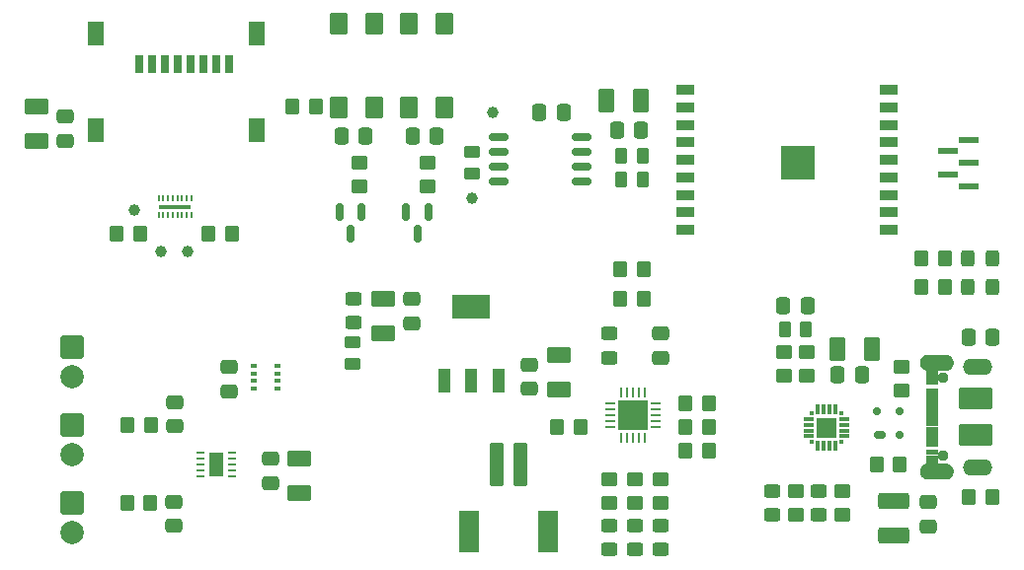
<source format=gbr>
%TF.GenerationSoftware,KiCad,Pcbnew,9.0.6*%
%TF.CreationDate,2025-11-03T22:24:35+01:00*%
%TF.ProjectId,capSensor,63617053-656e-4736-9f72-2e6b69636164,rev?*%
%TF.SameCoordinates,Original*%
%TF.FileFunction,Soldermask,Top*%
%TF.FilePolarity,Negative*%
%FSLAX46Y46*%
G04 Gerber Fmt 4.6, Leading zero omitted, Abs format (unit mm)*
G04 Created by KiCad (PCBNEW 9.0.6) date 2025-11-03 22:24:35*
%MOMM*%
%LPD*%
G01*
G04 APERTURE LIST*
G04 Aperture macros list*
%AMRoundRect*
0 Rectangle with rounded corners*
0 $1 Rounding radius*
0 $2 $3 $4 $5 $6 $7 $8 $9 X,Y pos of 4 corners*
0 Add a 4 corners polygon primitive as box body*
4,1,4,$2,$3,$4,$5,$6,$7,$8,$9,$2,$3,0*
0 Add four circle primitives for the rounded corners*
1,1,$1+$1,$2,$3*
1,1,$1+$1,$4,$5*
1,1,$1+$1,$6,$7*
1,1,$1+$1,$8,$9*
0 Add four rect primitives between the rounded corners*
20,1,$1+$1,$2,$3,$4,$5,0*
20,1,$1+$1,$4,$5,$6,$7,0*
20,1,$1+$1,$6,$7,$8,$9,0*
20,1,$1+$1,$8,$9,$2,$3,0*%
G04 Aperture macros list end*
%ADD10C,0.010000*%
%ADD11RoundRect,0.250000X0.450000X-0.350000X0.450000X0.350000X-0.450000X0.350000X-0.450000X-0.350000X0*%
%ADD12RoundRect,0.062500X-0.350000X-0.062500X0.350000X-0.062500X0.350000X0.062500X-0.350000X0.062500X0*%
%ADD13RoundRect,0.062500X-0.062500X-0.350000X0.062500X-0.350000X0.062500X0.350000X-0.062500X0.350000X0*%
%ADD14R,2.500000X2.500000*%
%ADD15RoundRect,0.250000X0.262500X0.450000X-0.262500X0.450000X-0.262500X-0.450000X0.262500X-0.450000X0*%
%ADD16RoundRect,0.250000X0.337500X0.475000X-0.337500X0.475000X-0.337500X-0.475000X0.337500X-0.475000X0*%
%ADD17RoundRect,0.250000X0.475000X-0.337500X0.475000X0.337500X-0.475000X0.337500X-0.475000X-0.337500X0*%
%ADD18RoundRect,0.102000X-0.910000X0.580000X-0.910000X-0.580000X0.910000X-0.580000X0.910000X0.580000X0*%
%ADD19RoundRect,0.250000X-0.350000X-0.450000X0.350000X-0.450000X0.350000X0.450000X-0.350000X0.450000X0*%
%ADD20RoundRect,0.250000X-0.262500X-0.450000X0.262500X-0.450000X0.262500X0.450000X-0.262500X0.450000X0*%
%ADD21C,0.954000*%
%ADD22O,2.504000X1.404000*%
%ADD23RoundRect,0.102000X1.300000X-0.855000X1.300000X0.855000X-1.300000X0.855000X-1.300000X-0.855000X0*%
%ADD24RoundRect,0.250000X-0.450000X0.325000X-0.450000X-0.325000X0.450000X-0.325000X0.450000X0.325000X0*%
%ADD25RoundRect,0.250000X-0.475000X0.337500X-0.475000X-0.337500X0.475000X-0.337500X0.475000X0.337500X0*%
%ADD26RoundRect,0.250000X-0.750000X0.750000X-0.750000X-0.750000X0.750000X-0.750000X0.750000X0.750000X0*%
%ADD27C,2.000000*%
%ADD28RoundRect,0.250000X0.450000X-0.325000X0.450000X0.325000X-0.450000X0.325000X-0.450000X-0.325000X0*%
%ADD29C,1.000000*%
%ADD30RoundRect,0.250000X-0.325000X-0.450000X0.325000X-0.450000X0.325000X0.450000X-0.325000X0.450000X0*%
%ADD31RoundRect,0.250000X-0.450000X0.350000X-0.450000X-0.350000X0.450000X-0.350000X0.450000X0.350000X0*%
%ADD32RoundRect,0.102000X0.580000X0.910000X-0.580000X0.910000X-0.580000X-0.910000X0.580000X-0.910000X0*%
%ADD33RoundRect,0.102000X-0.700000X-0.800000X0.700000X-0.800000X0.700000X0.800000X-0.700000X0.800000X0*%
%ADD34RoundRect,0.250000X0.450000X-0.262500X0.450000X0.262500X-0.450000X0.262500X-0.450000X-0.262500X0*%
%ADD35RoundRect,0.250000X0.350000X0.450000X-0.350000X0.450000X-0.350000X-0.450000X0.350000X-0.450000X0*%
%ADD36R,0.500000X0.350000*%
%ADD37R,0.800000X1.500000*%
%ADD38R,1.450000X2.000000*%
%ADD39RoundRect,0.162500X-0.650000X-0.162500X0.650000X-0.162500X0.650000X0.162500X-0.650000X0.162500X0*%
%ADD40RoundRect,0.150000X-0.150000X0.587500X-0.150000X-0.587500X0.150000X-0.587500X0.150000X0.587500X0*%
%ADD41R,0.650001X0.249999*%
%ADD42R,1.200000X2.000001*%
%ADD43C,0.499999*%
%ADD44R,1.000000X2.050001*%
%ADD45R,3.250001X2.050001*%
%ADD46R,1.750000X0.600000*%
%ADD47RoundRect,0.102000X0.910000X-0.580000X0.910000X0.580000X-0.910000X0.580000X-0.910000X-0.580000X0*%
%ADD48R,0.203200X0.609600*%
%ADD49R,2.794000X0.406400*%
%ADD50R,1.500000X0.900000*%
%ADD51C,0.600000*%
%ADD52R,2.900000X2.900000*%
%ADD53RoundRect,0.102000X-0.580000X-0.910000X0.580000X-0.910000X0.580000X0.910000X-0.580000X0.910000X0*%
%ADD54RoundRect,0.175000X0.325000X-0.175000X0.325000X0.175000X-0.325000X0.175000X-0.325000X-0.175000X0*%
%ADD55RoundRect,0.150000X0.150000X-0.200000X0.150000X0.200000X-0.150000X0.200000X-0.150000X-0.200000X0*%
%ADD56RoundRect,0.250001X-1.074999X0.462499X-1.074999X-0.462499X1.074999X-0.462499X1.074999X0.462499X0*%
%ADD57RoundRect,0.250000X-0.337500X-0.475000X0.337500X-0.475000X0.337500X0.475000X-0.337500X0.475000X0*%
%ADD58R,0.300000X0.300000*%
%ADD59R,0.900000X0.300000*%
%ADD60R,0.300000X0.900000*%
%ADD61R,1.800000X1.800000*%
%ADD62RoundRect,0.102000X0.500000X1.750000X-0.500000X1.750000X-0.500000X-1.750000X0.500000X-1.750000X0*%
%ADD63RoundRect,0.102000X0.750000X1.700000X-0.750000X1.700000X-0.750000X-1.700000X0.750000X-1.700000X0*%
G04 APERTURE END LIST*
D10*
%TO.C,J4*%
X143731000Y-115772000D02*
X142781000Y-115772000D01*
X142781000Y-115102000D01*
X143731000Y-115102000D01*
X143731000Y-115772000D01*
G36*
X143731000Y-115772000D02*
G01*
X142781000Y-115772000D01*
X142781000Y-115102000D01*
X143731000Y-115102000D01*
X143731000Y-115772000D01*
G37*
X143731000Y-116222000D02*
X142781000Y-116222000D01*
X142781000Y-115872000D01*
X143731000Y-115872000D01*
X143731000Y-116222000D01*
G36*
X143731000Y-116222000D02*
G01*
X142781000Y-116222000D01*
X142781000Y-115872000D01*
X143731000Y-115872000D01*
X143731000Y-116222000D01*
G37*
X143731000Y-116972000D02*
X142781000Y-116972000D01*
X142781000Y-116622000D01*
X143731000Y-116622000D01*
X143731000Y-116972000D01*
G36*
X143731000Y-116972000D02*
G01*
X142781000Y-116972000D01*
X142781000Y-116622000D01*
X143731000Y-116622000D01*
X143731000Y-116972000D01*
G37*
X143731000Y-117422000D02*
X142781000Y-117422000D01*
X142781000Y-117072000D01*
X143731000Y-117072000D01*
X143731000Y-117422000D01*
G36*
X143731000Y-117422000D02*
G01*
X142781000Y-117422000D01*
X142781000Y-117072000D01*
X143731000Y-117072000D01*
X143731000Y-117422000D01*
G37*
X143731000Y-117822000D02*
X142781000Y-117822000D01*
X142781000Y-117522000D01*
X143731000Y-117522000D01*
X143731000Y-117822000D01*
G36*
X143731000Y-117822000D02*
G01*
X142781000Y-117822000D01*
X142781000Y-117522000D01*
X143731000Y-117522000D01*
X143731000Y-117822000D01*
G37*
X143731000Y-118222000D02*
X142781000Y-118222000D01*
X142781000Y-117922000D01*
X143731000Y-117922000D01*
X143731000Y-118222000D01*
G36*
X143731000Y-118222000D02*
G01*
X142781000Y-118222000D01*
X142781000Y-117922000D01*
X143731000Y-117922000D01*
X143731000Y-118222000D01*
G37*
X143731000Y-118622000D02*
X142781000Y-118622000D01*
X142781000Y-118322000D01*
X143731000Y-118322000D01*
X143731000Y-118622000D01*
G36*
X143731000Y-118622000D02*
G01*
X142781000Y-118622000D01*
X142781000Y-118322000D01*
X143731000Y-118322000D01*
X143731000Y-118622000D01*
G37*
X143731000Y-119022000D02*
X142781000Y-119022000D01*
X142781000Y-118722000D01*
X143731000Y-118722000D01*
X143731000Y-119022000D01*
G36*
X143731000Y-119022000D02*
G01*
X142781000Y-119022000D01*
X142781000Y-118722000D01*
X143731000Y-118722000D01*
X143731000Y-119022000D01*
G37*
X143731000Y-119422000D02*
X142781000Y-119422000D01*
X142781000Y-119122000D01*
X143731000Y-119122000D01*
X143731000Y-119422000D01*
G36*
X143731000Y-119422000D02*
G01*
X142781000Y-119422000D01*
X142781000Y-119122000D01*
X143731000Y-119122000D01*
X143731000Y-119422000D01*
G37*
X143731000Y-119822000D02*
X142781000Y-119822000D01*
X142781000Y-119522000D01*
X143731000Y-119522000D01*
X143731000Y-119822000D01*
G36*
X143731000Y-119822000D02*
G01*
X142781000Y-119822000D01*
X142781000Y-119522000D01*
X143731000Y-119522000D01*
X143731000Y-119822000D01*
G37*
X143731000Y-120222000D02*
X142781000Y-120222000D01*
X142781000Y-119922000D01*
X143731000Y-119922000D01*
X143731000Y-120222000D01*
G36*
X143731000Y-120222000D02*
G01*
X142781000Y-120222000D01*
X142781000Y-119922000D01*
X143731000Y-119922000D01*
X143731000Y-120222000D01*
G37*
X143731000Y-120622000D02*
X142781000Y-120622000D01*
X142781000Y-120322000D01*
X143731000Y-120322000D01*
X143731000Y-120622000D01*
G36*
X143731000Y-120622000D02*
G01*
X142781000Y-120622000D01*
X142781000Y-120322000D01*
X143731000Y-120322000D01*
X143731000Y-120622000D01*
G37*
X143731000Y-121072000D02*
X142781000Y-121072000D01*
X142781000Y-120722000D01*
X143731000Y-120722000D01*
X143731000Y-121072000D01*
G36*
X143731000Y-121072000D02*
G01*
X142781000Y-121072000D01*
X142781000Y-120722000D01*
X143731000Y-120722000D01*
X143731000Y-121072000D01*
G37*
X143731000Y-121522000D02*
X142781000Y-121522000D01*
X142781000Y-121172000D01*
X143731000Y-121172000D01*
X143731000Y-121522000D01*
G36*
X143731000Y-121522000D02*
G01*
X142781000Y-121522000D01*
X142781000Y-121172000D01*
X143731000Y-121172000D01*
X143731000Y-121522000D01*
G37*
X143731000Y-122272000D02*
X142781000Y-122272000D01*
X142781000Y-121922000D01*
X143731000Y-121922000D01*
X143731000Y-122272000D01*
G36*
X143731000Y-122272000D02*
G01*
X142781000Y-122272000D01*
X142781000Y-121922000D01*
X143731000Y-121922000D01*
X143731000Y-122272000D01*
G37*
X143731000Y-123042000D02*
X142781000Y-123042000D01*
X142781000Y-122372000D01*
X143731000Y-122372000D01*
X143731000Y-123042000D01*
G36*
X143731000Y-123042000D02*
G01*
X142781000Y-123042000D01*
X142781000Y-122372000D01*
X143731000Y-122372000D01*
X143731000Y-123042000D01*
G37*
X144465000Y-113753000D02*
X144499000Y-113756000D01*
X144533000Y-113760000D01*
X144566000Y-113766000D01*
X144599000Y-113774000D01*
X144632000Y-113784000D01*
X144664000Y-113795000D01*
X144695000Y-113808000D01*
X144726000Y-113823000D01*
X144756000Y-113839000D01*
X144785000Y-113857000D01*
X144813000Y-113876000D01*
X144840000Y-113897000D01*
X144866000Y-113919000D01*
X144891000Y-113942000D01*
X144914000Y-113967000D01*
X144936000Y-113993000D01*
X144957000Y-114020000D01*
X144976000Y-114048000D01*
X144994000Y-114077000D01*
X145010000Y-114107000D01*
X145025000Y-114138000D01*
X145038000Y-114169000D01*
X145049000Y-114201000D01*
X145059000Y-114234000D01*
X145067000Y-114267000D01*
X145073000Y-114300000D01*
X145077000Y-114334000D01*
X145080000Y-114368000D01*
X145081000Y-114402000D01*
X145080000Y-114436000D01*
X145077000Y-114470000D01*
X145073000Y-114504000D01*
X145067000Y-114537000D01*
X145059000Y-114570000D01*
X145049000Y-114603000D01*
X145038000Y-114635000D01*
X145025000Y-114666000D01*
X145010000Y-114697000D01*
X144994000Y-114727000D01*
X144976000Y-114756000D01*
X144957000Y-114784000D01*
X144936000Y-114811000D01*
X144914000Y-114837000D01*
X144891000Y-114862000D01*
X144866000Y-114885000D01*
X144840000Y-114907000D01*
X144813000Y-114928000D01*
X144785000Y-114947000D01*
X144756000Y-114965000D01*
X144726000Y-114981000D01*
X144695000Y-114996000D01*
X144664000Y-115009000D01*
X144632000Y-115020000D01*
X144599000Y-115030000D01*
X144566000Y-115038000D01*
X144533000Y-115044000D01*
X144499000Y-115048000D01*
X144465000Y-115051000D01*
X144431000Y-115052000D01*
X142931000Y-115052000D01*
X142897000Y-115051000D01*
X142863000Y-115048000D01*
X142829000Y-115044000D01*
X142796000Y-115038000D01*
X142763000Y-115030000D01*
X142730000Y-115020000D01*
X142698000Y-115009000D01*
X142667000Y-114996000D01*
X142636000Y-114981000D01*
X142606000Y-114965000D01*
X142577000Y-114947000D01*
X142549000Y-114928000D01*
X142522000Y-114907000D01*
X142496000Y-114885000D01*
X142471000Y-114862000D01*
X142448000Y-114837000D01*
X142426000Y-114811000D01*
X142405000Y-114784000D01*
X142386000Y-114756000D01*
X142368000Y-114727000D01*
X142352000Y-114697000D01*
X142337000Y-114666000D01*
X142324000Y-114635000D01*
X142313000Y-114603000D01*
X142303000Y-114570000D01*
X142295000Y-114537000D01*
X142289000Y-114504000D01*
X142285000Y-114470000D01*
X142282000Y-114436000D01*
X142281000Y-114402000D01*
X142282000Y-114368000D01*
X142285000Y-114334000D01*
X142289000Y-114300000D01*
X142295000Y-114267000D01*
X142303000Y-114234000D01*
X142313000Y-114201000D01*
X142324000Y-114169000D01*
X142337000Y-114138000D01*
X142352000Y-114107000D01*
X142368000Y-114077000D01*
X142386000Y-114048000D01*
X142405000Y-114020000D01*
X142426000Y-113993000D01*
X142448000Y-113967000D01*
X142471000Y-113942000D01*
X142496000Y-113919000D01*
X142522000Y-113897000D01*
X142549000Y-113876000D01*
X142577000Y-113857000D01*
X142606000Y-113839000D01*
X142636000Y-113823000D01*
X142667000Y-113808000D01*
X142698000Y-113795000D01*
X142730000Y-113784000D01*
X142763000Y-113774000D01*
X142796000Y-113766000D01*
X142829000Y-113760000D01*
X142863000Y-113756000D01*
X142897000Y-113753000D01*
X142931000Y-113752000D01*
X144431000Y-113752000D01*
X144465000Y-113753000D01*
G36*
X144465000Y-113753000D02*
G01*
X144499000Y-113756000D01*
X144533000Y-113760000D01*
X144566000Y-113766000D01*
X144599000Y-113774000D01*
X144632000Y-113784000D01*
X144664000Y-113795000D01*
X144695000Y-113808000D01*
X144726000Y-113823000D01*
X144756000Y-113839000D01*
X144785000Y-113857000D01*
X144813000Y-113876000D01*
X144840000Y-113897000D01*
X144866000Y-113919000D01*
X144891000Y-113942000D01*
X144914000Y-113967000D01*
X144936000Y-113993000D01*
X144957000Y-114020000D01*
X144976000Y-114048000D01*
X144994000Y-114077000D01*
X145010000Y-114107000D01*
X145025000Y-114138000D01*
X145038000Y-114169000D01*
X145049000Y-114201000D01*
X145059000Y-114234000D01*
X145067000Y-114267000D01*
X145073000Y-114300000D01*
X145077000Y-114334000D01*
X145080000Y-114368000D01*
X145081000Y-114402000D01*
X145080000Y-114436000D01*
X145077000Y-114470000D01*
X145073000Y-114504000D01*
X145067000Y-114537000D01*
X145059000Y-114570000D01*
X145049000Y-114603000D01*
X145038000Y-114635000D01*
X145025000Y-114666000D01*
X145010000Y-114697000D01*
X144994000Y-114727000D01*
X144976000Y-114756000D01*
X144957000Y-114784000D01*
X144936000Y-114811000D01*
X144914000Y-114837000D01*
X144891000Y-114862000D01*
X144866000Y-114885000D01*
X144840000Y-114907000D01*
X144813000Y-114928000D01*
X144785000Y-114947000D01*
X144756000Y-114965000D01*
X144726000Y-114981000D01*
X144695000Y-114996000D01*
X144664000Y-115009000D01*
X144632000Y-115020000D01*
X144599000Y-115030000D01*
X144566000Y-115038000D01*
X144533000Y-115044000D01*
X144499000Y-115048000D01*
X144465000Y-115051000D01*
X144431000Y-115052000D01*
X142931000Y-115052000D01*
X142897000Y-115051000D01*
X142863000Y-115048000D01*
X142829000Y-115044000D01*
X142796000Y-115038000D01*
X142763000Y-115030000D01*
X142730000Y-115020000D01*
X142698000Y-115009000D01*
X142667000Y-114996000D01*
X142636000Y-114981000D01*
X142606000Y-114965000D01*
X142577000Y-114947000D01*
X142549000Y-114928000D01*
X142522000Y-114907000D01*
X142496000Y-114885000D01*
X142471000Y-114862000D01*
X142448000Y-114837000D01*
X142426000Y-114811000D01*
X142405000Y-114784000D01*
X142386000Y-114756000D01*
X142368000Y-114727000D01*
X142352000Y-114697000D01*
X142337000Y-114666000D01*
X142324000Y-114635000D01*
X142313000Y-114603000D01*
X142303000Y-114570000D01*
X142295000Y-114537000D01*
X142289000Y-114504000D01*
X142285000Y-114470000D01*
X142282000Y-114436000D01*
X142281000Y-114402000D01*
X142282000Y-114368000D01*
X142285000Y-114334000D01*
X142289000Y-114300000D01*
X142295000Y-114267000D01*
X142303000Y-114234000D01*
X142313000Y-114201000D01*
X142324000Y-114169000D01*
X142337000Y-114138000D01*
X142352000Y-114107000D01*
X142368000Y-114077000D01*
X142386000Y-114048000D01*
X142405000Y-114020000D01*
X142426000Y-113993000D01*
X142448000Y-113967000D01*
X142471000Y-113942000D01*
X142496000Y-113919000D01*
X142522000Y-113897000D01*
X142549000Y-113876000D01*
X142577000Y-113857000D01*
X142606000Y-113839000D01*
X142636000Y-113823000D01*
X142667000Y-113808000D01*
X142698000Y-113795000D01*
X142730000Y-113784000D01*
X142763000Y-113774000D01*
X142796000Y-113766000D01*
X142829000Y-113760000D01*
X142863000Y-113756000D01*
X142897000Y-113753000D01*
X142931000Y-113752000D01*
X144431000Y-113752000D01*
X144465000Y-113753000D01*
G37*
X144465000Y-123093000D02*
X144499000Y-123096000D01*
X144533000Y-123100000D01*
X144566000Y-123106000D01*
X144599000Y-123114000D01*
X144632000Y-123124000D01*
X144664000Y-123135000D01*
X144695000Y-123148000D01*
X144726000Y-123163000D01*
X144756000Y-123179000D01*
X144785000Y-123197000D01*
X144813000Y-123216000D01*
X144840000Y-123237000D01*
X144866000Y-123259000D01*
X144891000Y-123282000D01*
X144914000Y-123307000D01*
X144936000Y-123333000D01*
X144957000Y-123360000D01*
X144976000Y-123388000D01*
X144994000Y-123417000D01*
X145010000Y-123447000D01*
X145025000Y-123478000D01*
X145038000Y-123509000D01*
X145049000Y-123541000D01*
X145059000Y-123574000D01*
X145067000Y-123607000D01*
X145073000Y-123640000D01*
X145077000Y-123674000D01*
X145080000Y-123708000D01*
X145081000Y-123742000D01*
X145080000Y-123776000D01*
X145077000Y-123810000D01*
X145073000Y-123844000D01*
X145067000Y-123877000D01*
X145059000Y-123910000D01*
X145049000Y-123943000D01*
X145038000Y-123975000D01*
X145025000Y-124006000D01*
X145010000Y-124037000D01*
X144994000Y-124067000D01*
X144976000Y-124096000D01*
X144957000Y-124124000D01*
X144936000Y-124151000D01*
X144914000Y-124177000D01*
X144891000Y-124202000D01*
X144866000Y-124225000D01*
X144840000Y-124247000D01*
X144813000Y-124268000D01*
X144785000Y-124287000D01*
X144756000Y-124305000D01*
X144726000Y-124321000D01*
X144695000Y-124336000D01*
X144664000Y-124349000D01*
X144632000Y-124360000D01*
X144599000Y-124370000D01*
X144566000Y-124378000D01*
X144533000Y-124384000D01*
X144499000Y-124388000D01*
X144465000Y-124391000D01*
X144431000Y-124392000D01*
X142931000Y-124392000D01*
X142897000Y-124391000D01*
X142863000Y-124388000D01*
X142829000Y-124384000D01*
X142796000Y-124378000D01*
X142763000Y-124370000D01*
X142730000Y-124360000D01*
X142698000Y-124349000D01*
X142667000Y-124336000D01*
X142636000Y-124321000D01*
X142606000Y-124305000D01*
X142577000Y-124287000D01*
X142549000Y-124268000D01*
X142522000Y-124247000D01*
X142496000Y-124225000D01*
X142471000Y-124202000D01*
X142448000Y-124177000D01*
X142426000Y-124151000D01*
X142405000Y-124124000D01*
X142386000Y-124096000D01*
X142368000Y-124067000D01*
X142352000Y-124037000D01*
X142337000Y-124006000D01*
X142324000Y-123975000D01*
X142313000Y-123943000D01*
X142303000Y-123910000D01*
X142295000Y-123877000D01*
X142289000Y-123844000D01*
X142285000Y-123810000D01*
X142282000Y-123776000D01*
X142281000Y-123742000D01*
X142282000Y-123708000D01*
X142285000Y-123674000D01*
X142289000Y-123640000D01*
X142295000Y-123607000D01*
X142303000Y-123574000D01*
X142313000Y-123541000D01*
X142324000Y-123509000D01*
X142337000Y-123478000D01*
X142352000Y-123447000D01*
X142368000Y-123417000D01*
X142386000Y-123388000D01*
X142405000Y-123360000D01*
X142426000Y-123333000D01*
X142448000Y-123307000D01*
X142471000Y-123282000D01*
X142496000Y-123259000D01*
X142522000Y-123237000D01*
X142549000Y-123216000D01*
X142577000Y-123197000D01*
X142606000Y-123179000D01*
X142636000Y-123163000D01*
X142667000Y-123148000D01*
X142698000Y-123135000D01*
X142730000Y-123124000D01*
X142763000Y-123114000D01*
X142796000Y-123106000D01*
X142829000Y-123100000D01*
X142863000Y-123096000D01*
X142897000Y-123093000D01*
X142931000Y-123092000D01*
X144431000Y-123092000D01*
X144465000Y-123093000D01*
G36*
X144465000Y-123093000D02*
G01*
X144499000Y-123096000D01*
X144533000Y-123100000D01*
X144566000Y-123106000D01*
X144599000Y-123114000D01*
X144632000Y-123124000D01*
X144664000Y-123135000D01*
X144695000Y-123148000D01*
X144726000Y-123163000D01*
X144756000Y-123179000D01*
X144785000Y-123197000D01*
X144813000Y-123216000D01*
X144840000Y-123237000D01*
X144866000Y-123259000D01*
X144891000Y-123282000D01*
X144914000Y-123307000D01*
X144936000Y-123333000D01*
X144957000Y-123360000D01*
X144976000Y-123388000D01*
X144994000Y-123417000D01*
X145010000Y-123447000D01*
X145025000Y-123478000D01*
X145038000Y-123509000D01*
X145049000Y-123541000D01*
X145059000Y-123574000D01*
X145067000Y-123607000D01*
X145073000Y-123640000D01*
X145077000Y-123674000D01*
X145080000Y-123708000D01*
X145081000Y-123742000D01*
X145080000Y-123776000D01*
X145077000Y-123810000D01*
X145073000Y-123844000D01*
X145067000Y-123877000D01*
X145059000Y-123910000D01*
X145049000Y-123943000D01*
X145038000Y-123975000D01*
X145025000Y-124006000D01*
X145010000Y-124037000D01*
X144994000Y-124067000D01*
X144976000Y-124096000D01*
X144957000Y-124124000D01*
X144936000Y-124151000D01*
X144914000Y-124177000D01*
X144891000Y-124202000D01*
X144866000Y-124225000D01*
X144840000Y-124247000D01*
X144813000Y-124268000D01*
X144785000Y-124287000D01*
X144756000Y-124305000D01*
X144726000Y-124321000D01*
X144695000Y-124336000D01*
X144664000Y-124349000D01*
X144632000Y-124360000D01*
X144599000Y-124370000D01*
X144566000Y-124378000D01*
X144533000Y-124384000D01*
X144499000Y-124388000D01*
X144465000Y-124391000D01*
X144431000Y-124392000D01*
X142931000Y-124392000D01*
X142897000Y-124391000D01*
X142863000Y-124388000D01*
X142829000Y-124384000D01*
X142796000Y-124378000D01*
X142763000Y-124370000D01*
X142730000Y-124360000D01*
X142698000Y-124349000D01*
X142667000Y-124336000D01*
X142636000Y-124321000D01*
X142606000Y-124305000D01*
X142577000Y-124287000D01*
X142549000Y-124268000D01*
X142522000Y-124247000D01*
X142496000Y-124225000D01*
X142471000Y-124202000D01*
X142448000Y-124177000D01*
X142426000Y-124151000D01*
X142405000Y-124124000D01*
X142386000Y-124096000D01*
X142368000Y-124067000D01*
X142352000Y-124037000D01*
X142337000Y-124006000D01*
X142324000Y-123975000D01*
X142313000Y-123943000D01*
X142303000Y-123910000D01*
X142295000Y-123877000D01*
X142289000Y-123844000D01*
X142285000Y-123810000D01*
X142282000Y-123776000D01*
X142281000Y-123742000D01*
X142282000Y-123708000D01*
X142285000Y-123674000D01*
X142289000Y-123640000D01*
X142295000Y-123607000D01*
X142303000Y-123574000D01*
X142313000Y-123541000D01*
X142324000Y-123509000D01*
X142337000Y-123478000D01*
X142352000Y-123447000D01*
X142368000Y-123417000D01*
X142386000Y-123388000D01*
X142405000Y-123360000D01*
X142426000Y-123333000D01*
X142448000Y-123307000D01*
X142471000Y-123282000D01*
X142496000Y-123259000D01*
X142522000Y-123237000D01*
X142549000Y-123216000D01*
X142577000Y-123197000D01*
X142606000Y-123179000D01*
X142636000Y-123163000D01*
X142667000Y-123148000D01*
X142698000Y-123135000D01*
X142730000Y-123124000D01*
X142763000Y-123114000D01*
X142796000Y-123106000D01*
X142829000Y-123100000D01*
X142863000Y-123096000D01*
X142897000Y-123093000D01*
X142931000Y-123092000D01*
X144431000Y-123092000D01*
X144465000Y-123093000D01*
G37*
%TD*%
D11*
%TO.C,R23*%
X100076000Y-99298000D03*
X100076000Y-97298000D03*
%TD*%
D12*
%TO.C,U6*%
X115734500Y-117960000D03*
X115734500Y-118460000D03*
X115734500Y-118960000D03*
X115734500Y-119460000D03*
X115734500Y-119960000D03*
D13*
X116672000Y-120897500D03*
X117172000Y-120897500D03*
X117672000Y-120897500D03*
X118172000Y-120897500D03*
X118672000Y-120897500D03*
D12*
X119609500Y-119960000D03*
X119609500Y-119460000D03*
X119609500Y-118960000D03*
X119609500Y-118460000D03*
X119609500Y-117960000D03*
D13*
X118672000Y-117022500D03*
X118172000Y-117022500D03*
X117672000Y-117022500D03*
X117172000Y-117022500D03*
X116672000Y-117022500D03*
D14*
X117672000Y-118960000D03*
%TD*%
D15*
%TO.C,R6*%
X132500500Y-111538000D03*
X130675500Y-111538000D03*
%TD*%
D16*
%TO.C,C7*%
X132625500Y-109538000D03*
X130550500Y-109538000D03*
%TD*%
D17*
%TO.C,C17*%
X69003000Y-95375500D03*
X69003000Y-93300500D03*
%TD*%
D18*
%TO.C,C16*%
X89073998Y-122651000D03*
X89073998Y-125601000D03*
%TD*%
D19*
%TO.C,R20*%
X116602000Y-106426000D03*
X118602000Y-106426000D03*
%TD*%
D20*
%TO.C,R24*%
X116665250Y-96699500D03*
X118490250Y-96699500D03*
%TD*%
D21*
%TO.C,J4*%
X144256000Y-122392000D03*
X144256000Y-115752000D03*
D22*
X147231000Y-123392000D03*
X147231000Y-114752000D03*
D23*
X147081000Y-120637000D03*
X147081000Y-117507000D03*
%TD*%
D24*
%TO.C,D6*%
X117856000Y-128435000D03*
X117856000Y-130485000D03*
%TD*%
D25*
%TO.C,C5*%
X98736000Y-108966499D03*
X98736000Y-111041499D03*
%TD*%
D17*
%TO.C,C13*%
X78375000Y-119868500D03*
X78375000Y-117793500D03*
%TD*%
D26*
%TO.C,J5*%
X69590068Y-113118000D03*
D27*
X69590068Y-115658000D03*
%TD*%
D28*
%TO.C,D1*%
X93736000Y-110998999D03*
X93736000Y-108948999D03*
%TD*%
D29*
%TO.C,TP1*%
X77216000Y-104902000D03*
%TD*%
D30*
%TO.C,D8*%
X146402500Y-107950000D03*
X148452500Y-107950000D03*
%TD*%
D31*
%TO.C,R17*%
X120040000Y-124460000D03*
X120040000Y-126460000D03*
%TD*%
D24*
%TO.C,D3*%
X129604000Y-125447000D03*
X129604000Y-127497000D03*
%TD*%
D20*
%TO.C,R25*%
X116665250Y-98731500D03*
X118490250Y-98731500D03*
%TD*%
D32*
%TO.C,C22*%
X118315000Y-91948000D03*
X115365000Y-91948000D03*
%TD*%
D18*
%TO.C,C4*%
X96236000Y-108956999D03*
X96236000Y-111906999D03*
%TD*%
D19*
%TO.C,R14*%
X111172000Y-119960000D03*
X113172000Y-119960000D03*
%TD*%
D33*
%TO.C,EN*%
X92480000Y-85300000D03*
X92480000Y-92500000D03*
X95480000Y-85300000D03*
X95480000Y-92500000D03*
%TD*%
D11*
%TO.C,R22*%
X94234000Y-99298000D03*
X94234000Y-97298000D03*
%TD*%
D34*
%TO.C,R4*%
X93656000Y-114498500D03*
X93656000Y-112673500D03*
%TD*%
D11*
%TO.C,R5*%
X132588000Y-115538000D03*
X132588000Y-113538000D03*
%TD*%
D35*
%TO.C,R1*%
X140573000Y-123134000D03*
X138573000Y-123134000D03*
%TD*%
%TO.C,R12*%
X124172000Y-117960000D03*
X122172000Y-117960000D03*
%TD*%
D26*
%TO.C,J6*%
X69575818Y-126492000D03*
D27*
X69575818Y-129032000D03*
%TD*%
D11*
%TO.C,R2*%
X140716000Y-116808000D03*
X140716000Y-114808000D03*
%TD*%
D25*
%TO.C,C9*%
X83058000Y-114786500D03*
X83058000Y-116861500D03*
%TD*%
D24*
%TO.C,D4*%
X115672000Y-128435000D03*
X115672000Y-130485000D03*
%TD*%
D35*
%TO.C,R13*%
X124172000Y-119960000D03*
X122172000Y-119960000D03*
%TD*%
D36*
%TO.C,U4*%
X87190000Y-114698500D03*
X87190000Y-115348500D03*
X87190000Y-115998500D03*
X87190000Y-116648500D03*
X85140000Y-116648500D03*
X85140000Y-115998500D03*
X85140000Y-115348500D03*
X85140000Y-114698500D03*
%TD*%
D37*
%TO.C,J3*%
X75303000Y-88788000D03*
X76403000Y-88788000D03*
X77503000Y-88788000D03*
X78603000Y-88788000D03*
X79703000Y-88788000D03*
X80803000Y-88788000D03*
X81903000Y-88788000D03*
X83003000Y-88788000D03*
D38*
X71628000Y-86188000D03*
X71628000Y-94488000D03*
X85378000Y-86188000D03*
X85378000Y-94488000D03*
%TD*%
D29*
%TO.C,TP4*%
X74930000Y-101346000D03*
%TD*%
D31*
%TO.C,R16*%
X115672000Y-124460000D03*
X115672000Y-126460000D03*
%TD*%
D29*
%TO.C,TP5*%
X105664000Y-92964000D03*
%TD*%
D34*
%TO.C,R27*%
X103886000Y-98194500D03*
X103886000Y-96369500D03*
%TD*%
D35*
%TO.C,R26*%
X90480000Y-92400000D03*
X88480000Y-92400000D03*
%TD*%
D19*
%TO.C,R3*%
X146500000Y-126000000D03*
X148500000Y-126000000D03*
%TD*%
D39*
%TO.C,U8*%
X106116250Y-95048500D03*
X106116250Y-96318500D03*
X106116250Y-97588500D03*
X106116250Y-98858500D03*
X113291250Y-98858500D03*
X113291250Y-97588500D03*
X113291250Y-96318500D03*
X113291250Y-95048500D03*
%TD*%
D17*
%TO.C,C1*%
X108816000Y-116681501D03*
X108816000Y-114606501D03*
%TD*%
D40*
%TO.C,Q1*%
X94430000Y-101462500D03*
X92530000Y-101462500D03*
X93480000Y-103337500D03*
%TD*%
D19*
%TO.C,R10*%
X81296000Y-103378000D03*
X83296000Y-103378000D03*
%TD*%
D41*
%TO.C,U7*%
X80571000Y-122189999D03*
X80571000Y-122689998D03*
X80571000Y-123190000D03*
X80571000Y-123689999D03*
X80571000Y-124189998D03*
X83321002Y-124189998D03*
X83321002Y-123689999D03*
X83321002Y-123190000D03*
X83321002Y-122689998D03*
X83321002Y-122189999D03*
D42*
X81946004Y-123190000D03*
D43*
X81596002Y-123190000D03*
X81946001Y-122439999D03*
X81946001Y-123940001D03*
X82296000Y-123190000D03*
%TD*%
D44*
%TO.C,U1*%
X101516000Y-115999000D03*
X103816000Y-115999000D03*
X106116000Y-115999000D03*
D45*
X103816000Y-109649000D03*
%TD*%
D46*
%TO.C,J1*%
X146417000Y-99282000D03*
X144667000Y-98282000D03*
X146417000Y-97282000D03*
X144667000Y-96282000D03*
X146417000Y-95282000D03*
%TD*%
D35*
%TO.C,R15*%
X124172000Y-121960000D03*
X122172000Y-121960000D03*
%TD*%
D19*
%TO.C,R19*%
X116602000Y-108926000D03*
X118602000Y-108926000D03*
%TD*%
D29*
%TO.C,TP2*%
X103886000Y-100330000D03*
%TD*%
D17*
%TO.C,C11*%
X120040000Y-113997500D03*
X120040000Y-111922500D03*
%TD*%
D47*
%TO.C,C15*%
X66503000Y-95385000D03*
X66503000Y-92435000D03*
%TD*%
D48*
%TO.C,U5*%
X77003001Y-101785800D03*
X77403000Y-101785800D03*
X77803002Y-101785800D03*
X78203001Y-101785800D03*
X78603001Y-101785800D03*
X79003000Y-101785800D03*
X79403002Y-101785800D03*
X79803001Y-101785800D03*
X79803001Y-100338000D03*
X79403002Y-100338000D03*
X79003000Y-100338000D03*
X78603001Y-100338000D03*
X78203001Y-100338000D03*
X77803002Y-100338000D03*
X77403000Y-100338000D03*
X77003001Y-100338000D03*
D49*
X78403001Y-101061900D03*
%TD*%
D28*
%TO.C,F2*%
X115672000Y-113985000D03*
X115672000Y-111935000D03*
%TD*%
D50*
%TO.C,U9*%
X122134250Y-91022500D03*
X122134250Y-92522500D03*
X122134250Y-94022500D03*
X122134250Y-95522500D03*
X122134250Y-97022500D03*
X122134250Y-98522500D03*
X122134250Y-100022500D03*
X122134250Y-101522500D03*
X122134250Y-103022500D03*
X139634250Y-103022500D03*
X139634250Y-101522500D03*
X139634250Y-100022500D03*
X139634250Y-98522500D03*
X139634250Y-97022500D03*
X139634250Y-95522500D03*
X139634250Y-94022500D03*
X139634250Y-92522500D03*
X139634250Y-91022500D03*
D51*
X130744250Y-96672500D03*
X130744250Y-97772500D03*
X131294250Y-96122500D03*
X131294250Y-97222500D03*
X131294250Y-98322500D03*
X131844250Y-96672500D03*
D52*
X131844250Y-97222500D03*
D51*
X131844250Y-97772500D03*
X132394250Y-96122500D03*
X132394250Y-97222500D03*
X132394250Y-98322500D03*
X132944250Y-96672500D03*
X132944250Y-97772500D03*
%TD*%
D33*
%TO.C,BOOT*%
X98480000Y-85300000D03*
X98480000Y-92500000D03*
X101480000Y-85300000D03*
X101480000Y-92500000D03*
%TD*%
D47*
%TO.C,C2*%
X111316000Y-116691001D03*
X111316000Y-113741001D03*
%TD*%
D31*
%TO.C,R18*%
X117856000Y-124460000D03*
X117856000Y-126460000D03*
%TD*%
D16*
%TO.C,C19*%
X111741250Y-92953500D03*
X109666250Y-92953500D03*
%TD*%
D24*
%TO.C,D2*%
X133604000Y-125467000D03*
X133604000Y-127517000D03*
%TD*%
D53*
%TO.C,C10*%
X135177000Y-113284000D03*
X138127000Y-113284000D03*
%TD*%
D54*
%TO.C,U2*%
X138823000Y-120634000D03*
D55*
X140523000Y-120634000D03*
X140523000Y-118634000D03*
X138623000Y-118634000D03*
%TD*%
D29*
%TO.C,TP3*%
X79502000Y-104902000D03*
%TD*%
D56*
%TO.C,F1*%
X140000000Y-126262500D03*
X140000000Y-129237500D03*
%TD*%
D57*
%TO.C,C18*%
X98784500Y-94996000D03*
X100859500Y-94996000D03*
%TD*%
D19*
%TO.C,R21*%
X142427500Y-105450000D03*
X144427500Y-105450000D03*
%TD*%
D35*
%TO.C,R30*%
X76311000Y-126492000D03*
X74311000Y-126492000D03*
%TD*%
%TO.C,R29*%
X76327000Y-119761000D03*
X74327000Y-119761000D03*
%TD*%
D24*
%TO.C,D5*%
X120040000Y-128435000D03*
X120040000Y-130485000D03*
%TD*%
D25*
%TO.C,C14*%
X86614000Y-122660500D03*
X86614000Y-124735500D03*
%TD*%
D26*
%TO.C,J7*%
X69604318Y-119805000D03*
D27*
X69604318Y-122345000D03*
%TD*%
D31*
%TO.C,R8*%
X135604000Y-125447000D03*
X135604000Y-127447000D03*
%TD*%
D58*
%TO.C,U3*%
X135500000Y-121250000D03*
D59*
X135800000Y-120750000D03*
X135800000Y-120250000D03*
X135800000Y-119750000D03*
X135800000Y-119250000D03*
D58*
X135500000Y-118750000D03*
D60*
X135000000Y-118450000D03*
X134500000Y-118450000D03*
X134000000Y-118450000D03*
X133500000Y-118450000D03*
D58*
X133000000Y-118750000D03*
D59*
X132700000Y-119250000D03*
X132700000Y-119750000D03*
X132700000Y-120250000D03*
X132700000Y-120750000D03*
D58*
X133000000Y-121250000D03*
D60*
X133500000Y-121550000D03*
X134000000Y-121550000D03*
X134500000Y-121550000D03*
X135000000Y-121550000D03*
D61*
X134250000Y-120000000D03*
%TD*%
D57*
%TO.C,C3*%
X146425000Y-112250000D03*
X148500000Y-112250000D03*
%TD*%
D17*
%TO.C,C6*%
X142984000Y-128470500D03*
X142984000Y-126395500D03*
%TD*%
D35*
%TO.C,R11*%
X75422000Y-103378000D03*
X73422000Y-103378000D03*
%TD*%
D57*
%TO.C,C8*%
X135224500Y-115500000D03*
X137299500Y-115500000D03*
%TD*%
D31*
%TO.C,R7*%
X130588000Y-113538000D03*
X130588000Y-115538000D03*
%TD*%
D25*
%TO.C,C12*%
X78311000Y-126384500D03*
X78311000Y-128459500D03*
%TD*%
D19*
%TO.C,R28*%
X142427500Y-107950000D03*
X144427500Y-107950000D03*
%TD*%
D30*
%TO.C,D7*%
X146402500Y-105450000D03*
X148452500Y-105450000D03*
%TD*%
D40*
%TO.C,Q2*%
X100130000Y-101462500D03*
X98230000Y-101462500D03*
X99180000Y-103337500D03*
%TD*%
D16*
%TO.C,C21*%
X118377500Y-94448000D03*
X116302500Y-94448000D03*
%TD*%
D62*
%TO.C,J2*%
X106004000Y-123197000D03*
X108004000Y-123197000D03*
D63*
X103654000Y-128947000D03*
X110354000Y-128947000D03*
%TD*%
D57*
%TO.C,C20*%
X92688500Y-94996000D03*
X94763500Y-94996000D03*
%TD*%
D31*
%TO.C,R9*%
X131604000Y-125472000D03*
X131604000Y-127472000D03*
%TD*%
M02*

</source>
